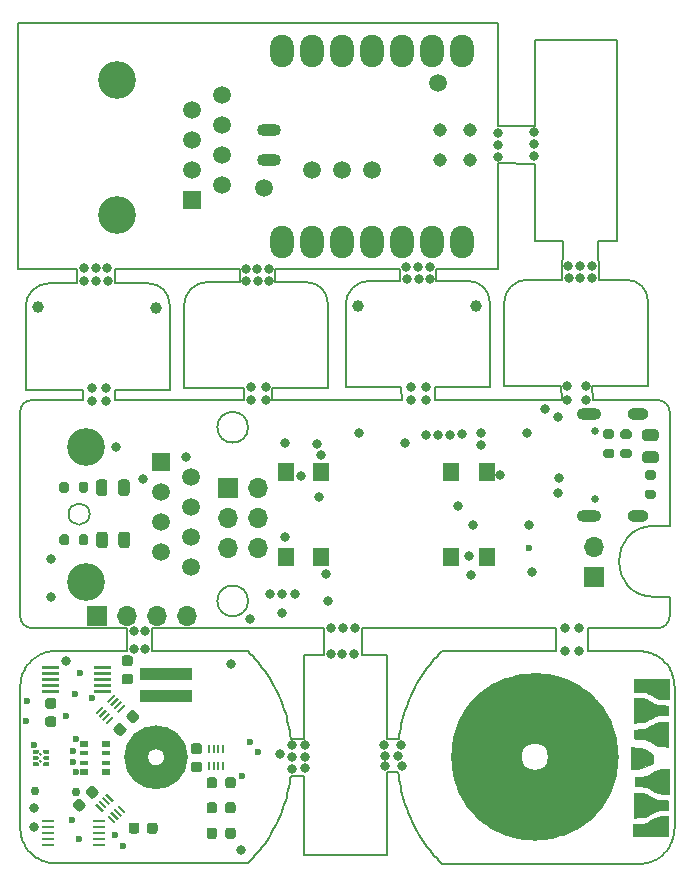
<source format=gbr>
%TF.GenerationSoftware,KiCad,Pcbnew,(5.1.10)-1*%
%TF.CreationDate,2021-10-06T18:17:39-05:00*%
%TF.ProjectId,BYTE_PANELkicad_pcb,42595445-5f50-4414-9e45-4c6b69636164,v2.2*%
%TF.SameCoordinates,Original*%
%TF.FileFunction,Soldermask,Bot*%
%TF.FilePolarity,Negative*%
%FSLAX46Y46*%
G04 Gerber Fmt 4.6, Leading zero omitted, Abs format (unit mm)*
G04 Created by KiCad (PCBNEW (5.1.10)-1) date 2021-10-06 18:17:39*
%MOMM*%
%LPD*%
G01*
G04 APERTURE LIST*
%TA.AperFunction,Profile*%
%ADD10C,0.200000*%
%TD*%
%ADD11C,2.000000*%
%ADD12C,0.100000*%
%ADD13C,0.010000*%
%ADD14C,6.000000*%
%ADD15C,1.000000*%
%ADD16O,1.700000X1.700000*%
%ADD17R,1.700000X1.700000*%
%ADD18R,1.400000X1.600000*%
%ADD19C,0.650000*%
%ADD20O,1.800000X1.000000*%
%ADD21O,2.100000X1.000000*%
%ADD22C,1.500000*%
%ADD23R,1.500000X1.500000*%
%ADD24C,3.200000*%
%ADD25R,0.304800X0.203200*%
%ADD26R,4.400000X1.000000*%
%ADD27R,0.800000X0.500000*%
%ADD28R,0.800000X0.400000*%
%ADD29R,1.100000X0.250000*%
%ADD30R,0.200000X0.800000*%
%ADD31C,1.143000*%
%ADD32O,2.032000X1.016000*%
%ADD33O,1.998980X2.748280*%
%ADD34C,0.800000*%
%ADD35C,0.600000*%
%ADD36C,0.750000*%
G04 APERTURE END LIST*
D10*
X168690379Y-96462228D02*
X169130379Y-96462228D01*
X148898100Y-64072180D02*
X148888100Y-65112180D01*
X151918100Y-64072180D02*
X151938100Y-65112180D01*
X145638100Y-94510004D02*
X145638100Y-96762180D01*
X142458100Y-96762180D02*
X142458100Y-94510004D01*
X145638100Y-96762180D02*
X147788100Y-96762180D01*
X162068100Y-94510004D02*
X145638100Y-94510004D01*
X147788100Y-96762180D02*
X147788100Y-103892180D01*
X140778100Y-103872180D02*
X140798100Y-96762180D01*
X157156100Y-55162180D02*
X160298100Y-55182180D01*
X160298100Y-51992180D02*
X157158100Y-51992180D01*
X160298100Y-61762180D02*
X160298100Y-55182180D01*
X157156100Y-43242180D02*
X157158100Y-51992180D01*
X162658100Y-61762180D02*
X162578100Y-65012180D01*
X165708100Y-65012180D02*
X165648100Y-61762180D01*
X167298100Y-61762180D02*
X165648100Y-61762180D01*
X168087294Y-65021970D02*
X165708100Y-65012180D01*
X154687294Y-65121970D02*
X151938100Y-65112180D01*
X157156100Y-64070180D02*
X151918100Y-64072180D01*
X162658100Y-61762180D02*
X160298100Y-61762180D01*
X160298100Y-51992180D02*
X160298100Y-44762180D01*
X160298100Y-44762180D02*
X167298100Y-44762180D01*
X167298100Y-44762180D02*
X167298100Y-61762180D01*
X147798100Y-106722180D02*
X147798100Y-113762180D01*
X140798100Y-96762180D02*
X142458100Y-96762180D01*
X140798100Y-113762180D02*
X140798100Y-107012180D01*
X147798100Y-113762180D02*
X140798100Y-113762180D01*
X138338100Y-65222180D02*
X138338100Y-64072180D01*
X135318100Y-64070180D02*
X135318100Y-65212180D01*
X135318100Y-65212180D02*
X132588100Y-65212180D01*
X148898100Y-64072180D02*
X138338100Y-64072180D01*
X124748100Y-64070180D02*
X124738100Y-65322180D01*
X121508100Y-65312180D02*
X121528100Y-64070180D01*
X135318100Y-64070180D02*
X124748100Y-64070180D01*
X127587294Y-65321970D02*
X124738100Y-65322180D01*
X162558100Y-74012180D02*
X162588100Y-75210004D01*
X165188100Y-75202180D02*
X165178100Y-74002180D01*
X165178100Y-74002180D02*
X169888100Y-74012180D01*
X165190000Y-75200004D02*
X170720000Y-75210004D01*
X151848100Y-74112180D02*
X151828100Y-75210004D01*
X149018100Y-75210004D02*
X149008100Y-74112180D01*
X151828100Y-75210004D02*
X162588100Y-75210004D01*
X151848100Y-74112180D02*
X156488100Y-74112180D01*
X138088100Y-74212180D02*
X138078100Y-75210004D01*
X135658100Y-74212180D02*
X135678100Y-75210004D01*
X138078100Y-75210004D02*
X149018100Y-75210004D01*
X130588100Y-74212180D02*
X135658100Y-74212180D01*
X122048100Y-75210004D02*
X122038100Y-74312180D01*
X124798100Y-75210004D02*
X124778100Y-74312180D01*
X124798100Y-75210004D02*
X135678100Y-75210004D01*
X124778100Y-74312180D02*
X129388100Y-74312180D01*
X169888100Y-74012180D02*
X169878310Y-66814500D01*
X157688100Y-74012180D02*
X157688100Y-67012180D01*
X157688100Y-74012180D02*
X162558100Y-74012180D01*
X157688100Y-67012180D02*
G75*
G02*
X159688100Y-65012180I2000000J0D01*
G01*
X168087294Y-65021969D02*
G75*
G02*
X169878309Y-66814499I806J-1790211D01*
G01*
X162578100Y-65012180D02*
X159688100Y-65012180D01*
X144288100Y-74112180D02*
X149008100Y-74112180D01*
X154687294Y-65121969D02*
G75*
G02*
X156478309Y-66914499I806J-1790211D01*
G01*
X156488100Y-74112180D02*
X156478310Y-66914500D01*
X148888100Y-65112180D02*
X146288100Y-65112180D01*
X144288100Y-67112180D02*
G75*
G02*
X146288100Y-65112180I2000000J0D01*
G01*
X144288100Y-74112180D02*
X144288100Y-67112180D01*
X138088100Y-74212180D02*
X142788100Y-74212180D01*
X140987294Y-65221969D02*
G75*
G02*
X142778309Y-67014499I806J-1790211D01*
G01*
X142788100Y-74212180D02*
X142778310Y-67014500D01*
X140985780Y-65221970D02*
X138338100Y-65222180D01*
X130588100Y-67212180D02*
G75*
G02*
X132588100Y-65212180I2000000J0D01*
G01*
X130588100Y-74212180D02*
X130588100Y-67212180D01*
X162068100Y-94510004D02*
X162068100Y-96462228D01*
X164768100Y-94510004D02*
X164768100Y-96462228D01*
X142458100Y-94510004D02*
X127868100Y-94510004D01*
X162068100Y-96462228D02*
X152439691Y-96462228D01*
X125768100Y-94510004D02*
X125768100Y-96442180D01*
X127868100Y-96442180D02*
X127868100Y-94510004D01*
X170720000Y-94510004D02*
X164768100Y-94510004D01*
X135996509Y-96442180D02*
X127868100Y-96442180D01*
X121508100Y-65312180D02*
X119188100Y-65312180D01*
X117188100Y-74312180D02*
X122038100Y-74312180D01*
X129388100Y-74312180D02*
X129378310Y-67114500D01*
X117188100Y-67312180D02*
G75*
G02*
X119188100Y-65312180I2000000J0D01*
G01*
X127587294Y-65321969D02*
G75*
G02*
X129378309Y-67114499I806J-1790211D01*
G01*
X117188100Y-74312180D02*
X117188100Y-67312180D01*
X149664215Y-100587209D02*
X149547799Y-100875525D01*
X149788569Y-100301830D02*
X149664215Y-100587209D01*
X151018880Y-98140002D02*
X150841610Y-98397203D01*
X148785800Y-103890832D02*
X147788100Y-103892180D01*
X147798100Y-106722180D02*
X148751404Y-106721733D01*
X149338778Y-101460413D02*
X149243528Y-101756746D01*
X150669631Y-98658399D02*
X150505589Y-98923432D01*
X148830779Y-103580469D02*
X148785800Y-103890832D01*
X151791463Y-97153663D02*
X151587734Y-97393613D01*
X148785800Y-107033576D02*
X148830779Y-107343939D01*
X149547799Y-100875525D02*
X149439320Y-101166646D01*
X150505589Y-98923432D02*
X150349485Y-99192195D01*
X149076841Y-102356449D02*
X149002758Y-102659582D01*
X149243528Y-101756746D02*
X149156216Y-102055460D01*
X151391942Y-97638088D02*
X151201443Y-97886928D01*
X168690379Y-96462228D02*
X164768100Y-96462228D01*
X169426712Y-96476886D02*
X169278545Y-96465906D01*
X151587734Y-97393613D02*
X151391942Y-97638088D01*
X152439691Y-96462228D02*
X152217441Y-96687838D01*
X149664215Y-110337199D02*
X149788569Y-110622578D01*
X149918215Y-110904914D02*
X150053152Y-111184049D01*
X149076841Y-108567959D02*
X149156216Y-108868948D01*
X149243528Y-109167662D02*
X149338778Y-109463995D01*
X149156216Y-108868948D02*
X149243528Y-109167662D01*
X149002758Y-108264826D02*
X149076841Y-108567959D01*
X150198673Y-111459851D02*
X150349485Y-111732213D01*
X149788569Y-110622578D02*
X149918215Y-110904914D01*
X170000857Y-114332508D02*
X170141086Y-114286523D01*
X148936612Y-102964707D02*
X148881050Y-103271716D01*
X169717753Y-114404025D02*
X169860628Y-114371719D01*
X170670252Y-114036598D02*
X170794606Y-113958149D01*
X149439320Y-109757762D02*
X149547799Y-110048883D01*
X149547799Y-110048883D02*
X149664215Y-110337199D01*
X170410961Y-114174552D02*
X170540606Y-114108776D01*
X169572233Y-114429319D02*
X169717753Y-114404025D01*
X149338778Y-109463995D02*
X149439320Y-109757762D01*
X170913668Y-113873536D02*
X171030085Y-113782810D01*
X169278545Y-114458502D02*
X169426712Y-114447522D01*
X148881050Y-107652692D02*
X148936612Y-107959701D01*
X150053152Y-111184049D02*
X150198673Y-111459851D01*
X172038146Y-112193460D02*
X172069896Y-112050188D01*
X148936612Y-107959701D02*
X149002758Y-108264826D01*
X149918215Y-100019494D02*
X149788569Y-100301830D01*
X170141086Y-96637885D02*
X170000857Y-96591900D01*
X152000483Y-96918369D02*
X151791463Y-97153663D01*
X148881050Y-103271716D02*
X148830779Y-103580469D01*
X150198673Y-99464557D02*
X150053152Y-99740359D01*
X169278545Y-96465906D02*
X169130379Y-96462228D01*
X152217441Y-96687838D02*
X152000483Y-96918369D01*
X172038146Y-98730948D02*
X171998459Y-98589713D01*
X150841610Y-98397203D02*
X150669631Y-98658399D01*
X171900563Y-98314150D02*
X171842355Y-98180351D01*
X151201443Y-97886928D02*
X151018880Y-98140002D01*
X150053152Y-99740359D02*
X149918215Y-100019494D01*
X148751404Y-106721733D02*
X148785800Y-107033576D01*
X149002758Y-102659582D02*
X148936612Y-102964707D01*
X149439320Y-101166646D02*
X149338778Y-101460413D01*
X150349485Y-99192195D02*
X150198673Y-99464557D01*
X170276023Y-96690563D02*
X170141086Y-96637885D01*
X148830779Y-107343939D02*
X148881050Y-107652692D01*
X149156216Y-102055460D02*
X149076841Y-102356449D01*
X172125459Y-99313454D02*
X172114875Y-99165711D01*
X170141086Y-114286523D02*
X170276023Y-114233845D01*
X152000483Y-114006039D02*
X152217441Y-114236570D01*
X151587734Y-113530795D02*
X151791463Y-113770745D01*
X151018880Y-112784406D02*
X151201443Y-113037480D01*
X171625397Y-113126591D02*
X171704772Y-113002476D01*
X171998459Y-112334695D02*
X172038146Y-112193460D01*
X171842355Y-112744057D02*
X171900563Y-112610258D01*
X150841610Y-112527205D02*
X151018880Y-112784406D01*
X150349485Y-111732213D02*
X150505589Y-112000976D01*
X169426712Y-114447522D02*
X169572233Y-114429319D01*
X170540606Y-114108776D02*
X170670252Y-114036598D01*
X150505589Y-112000976D02*
X150669631Y-112266009D01*
X172125459Y-111610954D02*
X172128104Y-111462206D01*
X161707278Y-105453754D02*
G75*
G03*
X161707278Y-105453754I-1500000J0D01*
G01*
X152217441Y-114236570D02*
X152439691Y-114462180D01*
X172096354Y-111905197D02*
X172114875Y-111758697D01*
X171030085Y-113782810D02*
X171143856Y-113686105D01*
X172069896Y-112050188D02*
X172096354Y-111905197D01*
X171540730Y-113247003D02*
X171625397Y-113126591D01*
X150669631Y-112266009D02*
X150841610Y-112527205D01*
X172114875Y-111758697D02*
X172125459Y-111610954D01*
X171776209Y-112874867D02*
X171842355Y-112744057D01*
X170276023Y-114233845D02*
X170410961Y-114174552D01*
X170670252Y-96887810D02*
X170540606Y-96815632D01*
X169572233Y-96495089D02*
X169426712Y-96476886D01*
X172128104Y-99462202D02*
X172125459Y-99313454D01*
X170410961Y-96749856D02*
X170276023Y-96690563D01*
X171450772Y-97560935D02*
X171352876Y-97448699D01*
X171704772Y-97921932D02*
X171625397Y-97797817D01*
X170913668Y-97050872D02*
X170794606Y-96966259D01*
X170000857Y-96591900D02*
X169860628Y-96552689D01*
X172114875Y-99165711D02*
X172096354Y-99019211D01*
X171625397Y-97797817D02*
X171540730Y-97677405D01*
X169717753Y-96520383D02*
X169572233Y-96495089D01*
X169130379Y-114462180D02*
X169278545Y-114458502D01*
X151391942Y-113286320D02*
X151587734Y-113530795D01*
X169860628Y-114371719D02*
X170000857Y-114332508D01*
X151791463Y-113770745D02*
X152000483Y-114006039D01*
X171900563Y-112610258D02*
X171953480Y-112473706D01*
X171450772Y-113363473D02*
X171540730Y-113247003D01*
X171143856Y-113686105D02*
X171249689Y-113583525D01*
X171953480Y-112473706D02*
X171998459Y-112334695D01*
X151201443Y-113037480D02*
X151391942Y-113286320D01*
X171352876Y-113475709D02*
X171450772Y-113363473D01*
X152439691Y-114462180D02*
X169130379Y-114462180D01*
X170794606Y-113958149D02*
X170913668Y-113873536D01*
X171704772Y-113002476D02*
X171776209Y-112874867D01*
X171249689Y-113583525D02*
X171352876Y-113475709D01*
X171842355Y-98180351D02*
X171776209Y-98049541D01*
X171143856Y-97238303D02*
X171030085Y-97141598D01*
X169860628Y-96552689D02*
X169717753Y-96520383D01*
X171776209Y-98049541D02*
X171704772Y-97921932D01*
X170794606Y-96966259D02*
X170670252Y-96887810D01*
X172069896Y-98874220D02*
X172038146Y-98730948D01*
X172128104Y-111462206D02*
X172128104Y-99462202D01*
X171352876Y-97448699D02*
X171249689Y-97340883D01*
X171249689Y-97340883D02*
X171143856Y-97238303D01*
X171030085Y-97141598D02*
X170913668Y-97050872D01*
X172096354Y-99019211D02*
X172069896Y-98874220D01*
X170540606Y-96815632D02*
X170410961Y-96749856D01*
X171998459Y-98589713D02*
X171953480Y-98450702D01*
X171540730Y-97677405D02*
X171450772Y-97560935D01*
X171953480Y-98450702D02*
X171900563Y-98314150D01*
X117720000Y-94510004D02*
G75*
G02*
X116720000Y-93510004I0J1000000D01*
G01*
X170720000Y-75210004D02*
G75*
G02*
X171720000Y-76210004I0J-1000000D01*
G01*
X170420000Y-91860004D02*
X171720000Y-91860004D01*
X125768100Y-94510004D02*
X117720000Y-94510004D01*
X116720000Y-76210004D02*
G75*
G02*
X117720000Y-75210004I1000000J0D01*
G01*
X122620000Y-84860004D02*
G75*
G03*
X122620000Y-84860004I-900000J0D01*
G01*
X136020001Y-77510004D02*
G75*
G03*
X136020001Y-77510004I-1300001J0D01*
G01*
X170420000Y-91860004D02*
G75*
G02*
X170420000Y-85860004I0J3000000D01*
G01*
X136020001Y-92210004D02*
G75*
G03*
X136020001Y-92210004I-1300001J0D01*
G01*
X171720000Y-91860004D02*
X171720000Y-93510004D01*
X171720000Y-93510004D02*
G75*
G02*
X170720000Y-94510004I-1000000J0D01*
G01*
X116720000Y-93510004D02*
X116720000Y-76210004D01*
X171720000Y-85860004D02*
X170420000Y-85860004D01*
X117720000Y-75210004D02*
X122048100Y-75210004D01*
X171720000Y-76210004D02*
X171720000Y-85860004D01*
D11*
X129911896Y-105450606D02*
G75*
G03*
X129911896Y-105450606I-1682974J0D01*
G01*
D10*
X116748096Y-99442154D02*
X116748096Y-111442158D01*
X116806304Y-112030140D02*
X116838054Y-112173412D01*
X118081594Y-113938101D02*
X118205948Y-114016550D01*
X119015572Y-114351671D02*
X119158447Y-114383977D01*
X117099991Y-112854819D02*
X117171428Y-112982428D01*
X117732344Y-113666057D02*
X117846115Y-113762762D01*
X117033845Y-112724009D02*
X117099991Y-112854819D01*
X117962532Y-113853488D02*
X118081594Y-113938101D01*
X116761325Y-111738649D02*
X116779846Y-111885149D01*
X117250803Y-113106543D02*
X117335470Y-113226955D01*
X119158447Y-114383977D02*
X119303967Y-114409271D01*
X118205948Y-114016550D02*
X118335594Y-114088728D01*
X117171428Y-112982428D02*
X117250803Y-113106543D01*
X118875343Y-114312460D02*
X119015572Y-114351671D01*
X117425428Y-113343425D02*
X117523324Y-113455661D01*
X118465239Y-114154504D02*
X118600177Y-114213797D01*
X116748096Y-111442158D02*
X116750741Y-111590906D01*
X119303967Y-114409271D02*
X119449488Y-114427474D01*
X116922720Y-112453658D02*
X116975637Y-112590210D01*
X117335470Y-113226955D02*
X117425428Y-113343425D01*
X116877741Y-112314647D02*
X116922720Y-112453658D01*
X118335594Y-114088728D02*
X118465239Y-114154504D01*
X116779846Y-111885149D02*
X116806304Y-112030140D01*
X117846115Y-113762762D02*
X117962532Y-113853488D01*
X117626511Y-113563477D02*
X117732344Y-113666057D01*
X117523324Y-113455661D02*
X117626511Y-113563477D01*
X116750741Y-111590906D02*
X116761325Y-111738649D01*
X116975637Y-112590210D02*
X117033845Y-112724009D01*
X118735114Y-114266475D02*
X118875343Y-114312460D01*
X116838054Y-112173412D02*
X116877741Y-112314647D01*
X118600177Y-114213797D02*
X118735114Y-114266475D01*
X119597655Y-114438454D02*
X119745821Y-114442132D01*
X139555150Y-107632644D02*
X139605421Y-107323891D01*
X136218759Y-114216522D02*
X136435717Y-113985991D01*
X136435717Y-113985991D02*
X136644737Y-113750697D01*
X137234757Y-113017432D02*
X137417320Y-112764358D01*
X137594590Y-112507157D02*
X137766569Y-112245961D01*
X138086715Y-111712165D02*
X138237527Y-111439803D01*
X138237527Y-111439803D02*
X138383048Y-111164001D01*
X138517985Y-110884866D02*
X138647631Y-110602530D01*
X139279984Y-108848900D02*
X139359359Y-108547911D01*
X138996880Y-109737714D02*
X139097422Y-109443947D01*
X139433442Y-108244778D02*
X139499588Y-107939653D01*
X139605421Y-103560421D02*
X139555150Y-103251668D01*
X140778100Y-103872180D02*
X139650400Y-103870784D01*
X138383048Y-111164001D02*
X138517985Y-110884866D01*
X139097422Y-109443947D02*
X139192672Y-109147614D01*
X139650400Y-107013528D02*
X140798100Y-107012180D01*
X139359359Y-108547911D02*
X139433442Y-108244778D01*
X135996509Y-114442132D02*
X136218759Y-114216522D01*
X136644737Y-113750697D02*
X136848466Y-113510747D01*
X136848466Y-113510747D02*
X137044258Y-113266272D01*
X137417320Y-112764358D02*
X137594590Y-112507157D01*
X138647631Y-110602530D02*
X138771985Y-110317151D01*
X138771985Y-110317151D02*
X138888401Y-110028835D01*
X119449488Y-114427474D02*
X119597655Y-114438454D01*
X119745821Y-114442132D02*
X135996509Y-114442132D01*
X137044258Y-113266272D02*
X137234757Y-113017432D01*
X137930611Y-111980928D02*
X138086715Y-111712165D01*
X139192672Y-109147614D02*
X139279984Y-108848900D01*
X139650400Y-103870784D02*
X139605421Y-103560421D01*
X138888401Y-110028835D02*
X138996880Y-109737714D01*
X139605421Y-107323891D02*
X139650400Y-107013528D01*
X137766569Y-112245961D02*
X137930611Y-111980928D01*
X139499588Y-107939653D02*
X139555150Y-107632644D01*
X139279984Y-102035412D02*
X139192672Y-101736698D01*
X138647631Y-100281782D02*
X138517985Y-99999446D01*
X138237527Y-99444509D02*
X138086715Y-99172147D01*
X139555150Y-103251668D02*
X139499588Y-102944659D01*
X139499588Y-102944659D02*
X139433442Y-102639534D01*
X139433442Y-102639534D02*
X139359359Y-102336401D01*
X138996880Y-101146598D02*
X138888401Y-100855477D01*
X138771985Y-100567161D02*
X138647631Y-100281782D01*
X139192672Y-101736698D02*
X139097422Y-101440365D01*
X139359359Y-102336401D02*
X139279984Y-102035412D01*
X139097422Y-101440365D02*
X138996880Y-101146598D01*
X138888401Y-100855477D02*
X138771985Y-100567161D01*
X138383048Y-99720311D02*
X138237527Y-99444509D01*
X138517985Y-99999446D02*
X138383048Y-99720311D01*
X116838054Y-98710900D02*
X116806304Y-98854172D01*
X119597655Y-96445858D02*
X119449488Y-96456838D01*
X117962532Y-97030824D02*
X117846115Y-97121550D01*
X119303967Y-96475041D02*
X119158447Y-96500335D01*
X118465239Y-96729808D02*
X118335594Y-96795584D01*
X118205948Y-96867762D02*
X118081594Y-96946211D01*
X119158447Y-96500335D02*
X119015572Y-96532641D01*
X118875343Y-96571852D02*
X118735114Y-96617837D01*
X116806304Y-98854172D02*
X116779846Y-98999163D01*
X138086715Y-99172147D02*
X137930611Y-98903384D01*
X136218759Y-96667790D02*
X135996509Y-96442180D01*
X137930611Y-98903384D02*
X137766569Y-98638351D01*
X137766569Y-98638351D02*
X137594590Y-98377155D01*
X118600177Y-96670515D02*
X118465239Y-96729808D01*
X137594590Y-98377155D02*
X137417320Y-98119954D01*
X137417320Y-98119954D02*
X137234757Y-97866880D01*
X116750741Y-99293406D02*
X116748096Y-99442154D01*
X136848466Y-97373565D02*
X136644737Y-97133615D01*
X117335470Y-97657357D02*
X117250803Y-97777769D01*
X117250803Y-97777769D02*
X117171428Y-97901884D01*
X117099991Y-98029493D02*
X117033845Y-98160303D01*
X116761325Y-99145663D02*
X116750741Y-99293406D01*
X136435717Y-96898321D02*
X136218759Y-96667790D01*
X118735114Y-96617837D02*
X118600177Y-96670515D01*
X118335594Y-96795584D02*
X118205948Y-96867762D01*
X117846115Y-97121550D02*
X117732344Y-97218255D01*
X116779846Y-98999163D02*
X116761325Y-99145663D01*
X129728922Y-105450606D02*
G75*
G03*
X129728922Y-105450606I-1500000J0D01*
G01*
X119449488Y-96456838D02*
X119303967Y-96475041D01*
X117033845Y-98160303D02*
X116975637Y-98294102D01*
X116877741Y-98569665D02*
X116838054Y-98710900D01*
X117732344Y-97218255D02*
X117626511Y-97320835D01*
X117523324Y-97428651D02*
X117425428Y-97540887D01*
X117425428Y-97540887D02*
X117335470Y-97657357D01*
X116975637Y-98294102D02*
X116922720Y-98430654D01*
X116922720Y-98430654D02*
X116877741Y-98569665D01*
X137234757Y-97866880D02*
X137044258Y-97618040D01*
X117171428Y-97901884D02*
X117099991Y-98029493D01*
X137044258Y-97618040D02*
X136848466Y-97373565D01*
X136644737Y-97133615D02*
X136435717Y-96898321D01*
X117626511Y-97320835D02*
X117523324Y-97428651D01*
X118081594Y-96946211D02*
X117962532Y-97030824D01*
X125768100Y-96442180D02*
X119745821Y-96442180D01*
X119015572Y-96532641D02*
X118875343Y-96571852D01*
X119745821Y-96442180D02*
X119597655Y-96445858D01*
X116516100Y-43242180D02*
X157156100Y-43242180D01*
X116516100Y-64070180D02*
X116516100Y-43242180D01*
X121528100Y-64070180D02*
X116516100Y-64070180D01*
X157156100Y-55162180D02*
X157156100Y-64070180D01*
D12*
%TO.C,J1*%
G36*
X169378100Y-111072180D02*
G01*
X169558100Y-111062180D01*
X169658100Y-111032180D01*
X169798100Y-110992180D01*
X169888100Y-110932180D01*
X170158100Y-110772180D01*
X170508100Y-110572180D01*
X170808100Y-110492180D01*
X171018100Y-110462180D01*
X171588100Y-110432180D01*
X171588100Y-112122180D01*
X168628100Y-112122180D01*
X168628100Y-111092180D01*
X169378100Y-111072180D01*
G37*
X169378100Y-111072180D02*
X169558100Y-111062180D01*
X169658100Y-111032180D01*
X169798100Y-110992180D01*
X169888100Y-110932180D01*
X170158100Y-110772180D01*
X170508100Y-110572180D01*
X170808100Y-110492180D01*
X171018100Y-110462180D01*
X171588100Y-110432180D01*
X171588100Y-112122180D01*
X168628100Y-112122180D01*
X168628100Y-111092180D01*
X169378100Y-111072180D01*
G36*
X169418100Y-99912180D02*
G01*
X169598100Y-99922180D01*
X169698100Y-99952180D01*
X169838100Y-99992180D01*
X169928100Y-100052180D01*
X170198100Y-100212180D01*
X170548100Y-100412180D01*
X170848100Y-100492180D01*
X171058100Y-100522180D01*
X171628100Y-100552180D01*
X171628100Y-98862180D01*
X168668100Y-98862180D01*
X168668100Y-99892180D01*
X169418100Y-99912180D01*
G37*
X169418100Y-99912180D02*
X169598100Y-99922180D01*
X169698100Y-99952180D01*
X169838100Y-99992180D01*
X169928100Y-100052180D01*
X170198100Y-100212180D01*
X170548100Y-100412180D01*
X170848100Y-100492180D01*
X171058100Y-100522180D01*
X171628100Y-100552180D01*
X171628100Y-98862180D01*
X168668100Y-98862180D01*
X168668100Y-99892180D01*
X169418100Y-99912180D01*
D13*
G36*
X171415217Y-101067337D02*
G01*
X171309745Y-101060208D01*
X171196112Y-101055256D01*
X171109832Y-101053648D01*
X170947271Y-101046468D01*
X170780365Y-101026568D01*
X170625828Y-100996405D01*
X170526025Y-100967816D01*
X170465455Y-100941879D01*
X170379057Y-100898119D01*
X170276518Y-100841759D01*
X170167520Y-100778022D01*
X170118500Y-100748050D01*
X169976560Y-100661381D01*
X169861890Y-100595176D01*
X169766973Y-100545775D01*
X169684290Y-100509519D01*
X169606324Y-100482751D01*
X169534577Y-100463888D01*
X169462752Y-100451037D01*
X169359817Y-100437659D01*
X169236968Y-100424760D01*
X169105400Y-100413345D01*
X168976311Y-100404421D01*
X168860895Y-100398992D01*
X168799036Y-100397816D01*
X168677327Y-100397481D01*
X168677327Y-102518654D01*
X169031869Y-102504441D01*
X169160236Y-102498368D01*
X169283071Y-102490886D01*
X169390103Y-102482739D01*
X169471058Y-102474674D01*
X169502045Y-102470323D01*
X169647399Y-102429849D01*
X169726795Y-102394399D01*
X169726795Y-101811110D01*
X169616226Y-101806328D01*
X169510816Y-101759898D01*
X169452625Y-101713760D01*
X169376235Y-101617257D01*
X169339413Y-101510379D01*
X169343102Y-101398059D01*
X169375237Y-101308805D01*
X169446236Y-101209205D01*
X169537695Y-101146290D01*
X169647315Y-101121051D01*
X169772794Y-101134479D01*
X169777173Y-101135592D01*
X169884771Y-101181924D01*
X169964434Y-101253217D01*
X170015420Y-101341988D01*
X170036990Y-101440753D01*
X170028402Y-101542030D01*
X169988918Y-101638337D01*
X169917795Y-101722190D01*
X169840337Y-101773905D01*
X169726795Y-101811110D01*
X169726795Y-102394399D01*
X169816402Y-102354389D01*
X170009104Y-102243920D01*
X170066106Y-102207500D01*
X170230093Y-102105425D01*
X170373211Y-102027653D01*
X170505317Y-101969366D01*
X170636265Y-101925742D01*
X170650078Y-101921891D01*
X170749359Y-101900204D01*
X170879268Y-101879884D01*
X171028100Y-101862180D01*
X171184149Y-101848340D01*
X171335710Y-101839611D01*
X171444869Y-101837150D01*
X171577161Y-101836814D01*
X171577161Y-101081026D01*
X171415217Y-101067337D01*
G37*
X171415217Y-101067337D02*
X171309745Y-101060208D01*
X171196112Y-101055256D01*
X171109832Y-101053648D01*
X170947271Y-101046468D01*
X170780365Y-101026568D01*
X170625828Y-100996405D01*
X170526025Y-100967816D01*
X170465455Y-100941879D01*
X170379057Y-100898119D01*
X170276518Y-100841759D01*
X170167520Y-100778022D01*
X170118500Y-100748050D01*
X169976560Y-100661381D01*
X169861890Y-100595176D01*
X169766973Y-100545775D01*
X169684290Y-100509519D01*
X169606324Y-100482751D01*
X169534577Y-100463888D01*
X169462752Y-100451037D01*
X169359817Y-100437659D01*
X169236968Y-100424760D01*
X169105400Y-100413345D01*
X168976311Y-100404421D01*
X168860895Y-100398992D01*
X168799036Y-100397816D01*
X168677327Y-100397481D01*
X168677327Y-102518654D01*
X169031869Y-102504441D01*
X169160236Y-102498368D01*
X169283071Y-102490886D01*
X169390103Y-102482739D01*
X169471058Y-102474674D01*
X169502045Y-102470323D01*
X169647399Y-102429849D01*
X169726795Y-102394399D01*
X169726795Y-101811110D01*
X169616226Y-101806328D01*
X169510816Y-101759898D01*
X169452625Y-101713760D01*
X169376235Y-101617257D01*
X169339413Y-101510379D01*
X169343102Y-101398059D01*
X169375237Y-101308805D01*
X169446236Y-101209205D01*
X169537695Y-101146290D01*
X169647315Y-101121051D01*
X169772794Y-101134479D01*
X169777173Y-101135592D01*
X169884771Y-101181924D01*
X169964434Y-101253217D01*
X170015420Y-101341988D01*
X170036990Y-101440753D01*
X170028402Y-101542030D01*
X169988918Y-101638337D01*
X169917795Y-101722190D01*
X169840337Y-101773905D01*
X169726795Y-101811110D01*
X169726795Y-102394399D01*
X169816402Y-102354389D01*
X170009104Y-102243920D01*
X170066106Y-102207500D01*
X170230093Y-102105425D01*
X170373211Y-102027653D01*
X170505317Y-101969366D01*
X170636265Y-101925742D01*
X170650078Y-101921891D01*
X170749359Y-101900204D01*
X170879268Y-101879884D01*
X171028100Y-101862180D01*
X171184149Y-101848340D01*
X171335710Y-101839611D01*
X171444869Y-101837150D01*
X171577161Y-101836814D01*
X171577161Y-101081026D01*
X171415217Y-101067337D01*
G36*
X168907317Y-107898060D02*
G01*
X169012789Y-107905189D01*
X169126422Y-107910141D01*
X169212702Y-107911749D01*
X169375263Y-107918929D01*
X169542169Y-107938829D01*
X169696706Y-107968992D01*
X169796509Y-107997581D01*
X169857079Y-108023518D01*
X169943477Y-108067278D01*
X170046016Y-108123638D01*
X170155014Y-108187375D01*
X170204034Y-108217347D01*
X170345974Y-108304016D01*
X170460644Y-108370221D01*
X170555561Y-108419622D01*
X170638244Y-108455878D01*
X170716210Y-108482646D01*
X170787957Y-108501509D01*
X170859782Y-108514360D01*
X170962717Y-108527738D01*
X171085566Y-108540637D01*
X171217134Y-108552052D01*
X171346223Y-108560976D01*
X171461639Y-108566405D01*
X171523498Y-108567581D01*
X171645207Y-108567916D01*
X171645207Y-106446743D01*
X171290665Y-106460956D01*
X171162298Y-106467029D01*
X171039463Y-106474511D01*
X170932431Y-106482658D01*
X170851476Y-106490723D01*
X170820489Y-106495074D01*
X170675135Y-106535548D01*
X170595739Y-106570998D01*
X170595739Y-107154287D01*
X170706308Y-107159069D01*
X170811718Y-107205499D01*
X170869909Y-107251637D01*
X170946299Y-107348140D01*
X170983121Y-107455018D01*
X170979432Y-107567338D01*
X170947297Y-107656592D01*
X170876298Y-107756192D01*
X170784839Y-107819107D01*
X170675219Y-107844346D01*
X170549740Y-107830918D01*
X170545361Y-107829805D01*
X170437763Y-107783473D01*
X170358100Y-107712180D01*
X170307114Y-107623409D01*
X170285544Y-107524644D01*
X170294132Y-107423367D01*
X170333616Y-107327060D01*
X170404739Y-107243207D01*
X170482197Y-107191492D01*
X170595739Y-107154287D01*
X170595739Y-106570998D01*
X170506132Y-106611008D01*
X170313430Y-106721477D01*
X170256428Y-106757897D01*
X170092441Y-106859972D01*
X169949323Y-106937744D01*
X169817217Y-106996031D01*
X169686269Y-107039655D01*
X169672456Y-107043506D01*
X169573175Y-107065193D01*
X169443266Y-107085513D01*
X169294434Y-107103217D01*
X169138385Y-107117057D01*
X168986824Y-107125786D01*
X168877665Y-107128247D01*
X168745373Y-107128583D01*
X168745373Y-107884371D01*
X168907317Y-107898060D01*
G37*
X168907317Y-107898060D02*
X169012789Y-107905189D01*
X169126422Y-107910141D01*
X169212702Y-107911749D01*
X169375263Y-107918929D01*
X169542169Y-107938829D01*
X169696706Y-107968992D01*
X169796509Y-107997581D01*
X169857079Y-108023518D01*
X169943477Y-108067278D01*
X170046016Y-108123638D01*
X170155014Y-108187375D01*
X170204034Y-108217347D01*
X170345974Y-108304016D01*
X170460644Y-108370221D01*
X170555561Y-108419622D01*
X170638244Y-108455878D01*
X170716210Y-108482646D01*
X170787957Y-108501509D01*
X170859782Y-108514360D01*
X170962717Y-108527738D01*
X171085566Y-108540637D01*
X171217134Y-108552052D01*
X171346223Y-108560976D01*
X171461639Y-108566405D01*
X171523498Y-108567581D01*
X171645207Y-108567916D01*
X171645207Y-106446743D01*
X171290665Y-106460956D01*
X171162298Y-106467029D01*
X171039463Y-106474511D01*
X170932431Y-106482658D01*
X170851476Y-106490723D01*
X170820489Y-106495074D01*
X170675135Y-106535548D01*
X170595739Y-106570998D01*
X170595739Y-107154287D01*
X170706308Y-107159069D01*
X170811718Y-107205499D01*
X170869909Y-107251637D01*
X170946299Y-107348140D01*
X170983121Y-107455018D01*
X170979432Y-107567338D01*
X170947297Y-107656592D01*
X170876298Y-107756192D01*
X170784839Y-107819107D01*
X170675219Y-107844346D01*
X170549740Y-107830918D01*
X170545361Y-107829805D01*
X170437763Y-107783473D01*
X170358100Y-107712180D01*
X170307114Y-107623409D01*
X170285544Y-107524644D01*
X170294132Y-107423367D01*
X170333616Y-107327060D01*
X170404739Y-107243207D01*
X170482197Y-107191492D01*
X170595739Y-107154287D01*
X170595739Y-106570998D01*
X170506132Y-106611008D01*
X170313430Y-106721477D01*
X170256428Y-106757897D01*
X170092441Y-106859972D01*
X169949323Y-106937744D01*
X169817217Y-106996031D01*
X169686269Y-107039655D01*
X169672456Y-107043506D01*
X169573175Y-107065193D01*
X169443266Y-107085513D01*
X169294434Y-107103217D01*
X169138385Y-107117057D01*
X168986824Y-107125786D01*
X168877665Y-107128247D01*
X168745373Y-107128583D01*
X168745373Y-107884371D01*
X168907317Y-107898060D01*
G36*
X171447897Y-109107529D02*
G01*
X171342425Y-109100400D01*
X171228792Y-109095448D01*
X171142512Y-109093840D01*
X170979951Y-109086660D01*
X170813045Y-109066760D01*
X170658508Y-109036597D01*
X170558705Y-109008008D01*
X170498135Y-108982071D01*
X170411737Y-108938311D01*
X170309198Y-108881951D01*
X170200200Y-108818214D01*
X170151180Y-108788242D01*
X170009240Y-108701573D01*
X169894570Y-108635368D01*
X169799653Y-108585967D01*
X169716970Y-108549711D01*
X169639004Y-108522943D01*
X169567257Y-108504080D01*
X169495432Y-108491229D01*
X169392497Y-108477851D01*
X169269648Y-108464952D01*
X169138080Y-108453537D01*
X169008991Y-108444613D01*
X168893575Y-108439184D01*
X168831716Y-108438008D01*
X168710007Y-108437673D01*
X168710007Y-110558846D01*
X169064549Y-110544633D01*
X169192916Y-110538560D01*
X169315751Y-110531078D01*
X169422783Y-110522931D01*
X169503738Y-110514866D01*
X169534725Y-110510515D01*
X169680079Y-110470041D01*
X169759475Y-110434591D01*
X169759475Y-109851302D01*
X169648906Y-109846520D01*
X169543496Y-109800090D01*
X169485305Y-109753952D01*
X169408915Y-109657449D01*
X169372093Y-109550571D01*
X169375782Y-109438251D01*
X169407917Y-109348997D01*
X169478916Y-109249397D01*
X169570375Y-109186482D01*
X169679995Y-109161243D01*
X169805474Y-109174671D01*
X169809853Y-109175784D01*
X169917451Y-109222116D01*
X169997114Y-109293409D01*
X170048100Y-109382180D01*
X170069670Y-109480945D01*
X170061082Y-109582222D01*
X170021598Y-109678529D01*
X169950475Y-109762382D01*
X169873017Y-109814097D01*
X169759475Y-109851302D01*
X169759475Y-110434591D01*
X169849082Y-110394581D01*
X170041784Y-110284112D01*
X170098786Y-110247692D01*
X170262773Y-110145617D01*
X170405891Y-110067845D01*
X170537997Y-110009558D01*
X170668945Y-109965934D01*
X170682758Y-109962083D01*
X170782039Y-109940396D01*
X170911948Y-109920076D01*
X171060780Y-109902372D01*
X171216829Y-109888532D01*
X171368390Y-109879803D01*
X171477549Y-109877342D01*
X171609841Y-109877006D01*
X171609841Y-109121218D01*
X171447897Y-109107529D01*
G37*
X171447897Y-109107529D02*
X171342425Y-109100400D01*
X171228792Y-109095448D01*
X171142512Y-109093840D01*
X170979951Y-109086660D01*
X170813045Y-109066760D01*
X170658508Y-109036597D01*
X170558705Y-109008008D01*
X170498135Y-108982071D01*
X170411737Y-108938311D01*
X170309198Y-108881951D01*
X170200200Y-108818214D01*
X170151180Y-108788242D01*
X170009240Y-108701573D01*
X169894570Y-108635368D01*
X169799653Y-108585967D01*
X169716970Y-108549711D01*
X169639004Y-108522943D01*
X169567257Y-108504080D01*
X169495432Y-108491229D01*
X169392497Y-108477851D01*
X169269648Y-108464952D01*
X169138080Y-108453537D01*
X169008991Y-108444613D01*
X168893575Y-108439184D01*
X168831716Y-108438008D01*
X168710007Y-108437673D01*
X168710007Y-110558846D01*
X169064549Y-110544633D01*
X169192916Y-110538560D01*
X169315751Y-110531078D01*
X169422783Y-110522931D01*
X169503738Y-110514866D01*
X169534725Y-110510515D01*
X169680079Y-110470041D01*
X169759475Y-110434591D01*
X169759475Y-109851302D01*
X169648906Y-109846520D01*
X169543496Y-109800090D01*
X169485305Y-109753952D01*
X169408915Y-109657449D01*
X169372093Y-109550571D01*
X169375782Y-109438251D01*
X169407917Y-109348997D01*
X169478916Y-109249397D01*
X169570375Y-109186482D01*
X169679995Y-109161243D01*
X169805474Y-109174671D01*
X169809853Y-109175784D01*
X169917451Y-109222116D01*
X169997114Y-109293409D01*
X170048100Y-109382180D01*
X170069670Y-109480945D01*
X170061082Y-109582222D01*
X170021598Y-109678529D01*
X169950475Y-109762382D01*
X169873017Y-109814097D01*
X169759475Y-109851302D01*
X169759475Y-110434591D01*
X169849082Y-110394581D01*
X170041784Y-110284112D01*
X170098786Y-110247692D01*
X170262773Y-110145617D01*
X170405891Y-110067845D01*
X170537997Y-110009558D01*
X170668945Y-109965934D01*
X170682758Y-109962083D01*
X170782039Y-109940396D01*
X170911948Y-109920076D01*
X171060780Y-109902372D01*
X171216829Y-109888532D01*
X171368390Y-109879803D01*
X171477549Y-109877342D01*
X171609841Y-109877006D01*
X171609841Y-109121218D01*
X171447897Y-109107529D01*
G36*
X168878303Y-103872491D02*
G01*
X168983775Y-103879620D01*
X169097408Y-103884572D01*
X169183688Y-103886180D01*
X169346249Y-103893360D01*
X169513155Y-103913260D01*
X169667692Y-103943423D01*
X169767495Y-103972012D01*
X169828065Y-103997949D01*
X169914463Y-104041709D01*
X170017002Y-104098069D01*
X170126000Y-104161806D01*
X170175020Y-104191778D01*
X170316960Y-104278447D01*
X170431630Y-104344652D01*
X170526547Y-104394053D01*
X170609230Y-104430309D01*
X170687196Y-104457077D01*
X170758943Y-104475940D01*
X170830768Y-104488791D01*
X170933703Y-104502169D01*
X171056552Y-104515068D01*
X171188120Y-104526483D01*
X171317209Y-104535407D01*
X171432625Y-104540836D01*
X171494484Y-104542012D01*
X171616193Y-104542347D01*
X171616193Y-102421174D01*
X171261651Y-102435387D01*
X171133284Y-102441460D01*
X171010449Y-102448942D01*
X170903417Y-102457089D01*
X170822462Y-102465154D01*
X170791475Y-102469505D01*
X170646121Y-102509979D01*
X170566725Y-102545429D01*
X170566725Y-103128718D01*
X170677294Y-103133500D01*
X170782704Y-103179930D01*
X170840895Y-103226068D01*
X170917285Y-103322571D01*
X170954107Y-103429449D01*
X170950418Y-103541769D01*
X170918283Y-103631023D01*
X170847284Y-103730623D01*
X170755825Y-103793538D01*
X170646205Y-103818777D01*
X170520726Y-103805349D01*
X170516347Y-103804236D01*
X170408749Y-103757904D01*
X170329086Y-103686611D01*
X170278100Y-103597840D01*
X170256530Y-103499075D01*
X170265118Y-103397798D01*
X170304602Y-103301491D01*
X170375725Y-103217638D01*
X170453183Y-103165923D01*
X170566725Y-103128718D01*
X170566725Y-102545429D01*
X170477118Y-102585439D01*
X170284416Y-102695908D01*
X170227414Y-102732328D01*
X170063427Y-102834403D01*
X169920309Y-102912175D01*
X169788203Y-102970462D01*
X169657255Y-103014086D01*
X169643442Y-103017937D01*
X169544161Y-103039624D01*
X169414252Y-103059944D01*
X169265420Y-103077648D01*
X169109371Y-103091488D01*
X168957810Y-103100217D01*
X168848651Y-103102678D01*
X168716359Y-103103014D01*
X168716359Y-103858802D01*
X168878303Y-103872491D01*
G37*
X168878303Y-103872491D02*
X168983775Y-103879620D01*
X169097408Y-103884572D01*
X169183688Y-103886180D01*
X169346249Y-103893360D01*
X169513155Y-103913260D01*
X169667692Y-103943423D01*
X169767495Y-103972012D01*
X169828065Y-103997949D01*
X169914463Y-104041709D01*
X170017002Y-104098069D01*
X170126000Y-104161806D01*
X170175020Y-104191778D01*
X170316960Y-104278447D01*
X170431630Y-104344652D01*
X170526547Y-104394053D01*
X170609230Y-104430309D01*
X170687196Y-104457077D01*
X170758943Y-104475940D01*
X170830768Y-104488791D01*
X170933703Y-104502169D01*
X171056552Y-104515068D01*
X171188120Y-104526483D01*
X171317209Y-104535407D01*
X171432625Y-104540836D01*
X171494484Y-104542012D01*
X171616193Y-104542347D01*
X171616193Y-102421174D01*
X171261651Y-102435387D01*
X171133284Y-102441460D01*
X171010449Y-102448942D01*
X170903417Y-102457089D01*
X170822462Y-102465154D01*
X170791475Y-102469505D01*
X170646121Y-102509979D01*
X170566725Y-102545429D01*
X170566725Y-103128718D01*
X170677294Y-103133500D01*
X170782704Y-103179930D01*
X170840895Y-103226068D01*
X170917285Y-103322571D01*
X170954107Y-103429449D01*
X170950418Y-103541769D01*
X170918283Y-103631023D01*
X170847284Y-103730623D01*
X170755825Y-103793538D01*
X170646205Y-103818777D01*
X170520726Y-103805349D01*
X170516347Y-103804236D01*
X170408749Y-103757904D01*
X170329086Y-103686611D01*
X170278100Y-103597840D01*
X170256530Y-103499075D01*
X170265118Y-103397798D01*
X170304602Y-103301491D01*
X170375725Y-103217638D01*
X170453183Y-103165923D01*
X170566725Y-103128718D01*
X170566725Y-102545429D01*
X170477118Y-102585439D01*
X170284416Y-102695908D01*
X170227414Y-102732328D01*
X170063427Y-102834403D01*
X169920309Y-102912175D01*
X169788203Y-102970462D01*
X169657255Y-103014086D01*
X169643442Y-103017937D01*
X169544161Y-103039624D01*
X169414252Y-103059944D01*
X169265420Y-103077648D01*
X169109371Y-103091488D01*
X168957810Y-103100217D01*
X168848651Y-103102678D01*
X168716359Y-103103014D01*
X168716359Y-103858802D01*
X168878303Y-103872491D01*
D14*
X164398112Y-105412180D02*
G75*
G03*
X164398112Y-105412180I-4090012J0D01*
G01*
D12*
G36*
X170238100Y-105342180D02*
G01*
X170338100Y-105342180D01*
X170338100Y-105242180D01*
X170238100Y-105162180D01*
X170148100Y-105102180D01*
X169878100Y-104942180D01*
X169528100Y-104742180D01*
X169228100Y-104662180D01*
X169018100Y-104632180D01*
X168448100Y-104602180D01*
X168448100Y-105942180D01*
X170338100Y-105942180D01*
X170338100Y-105262180D01*
X170238100Y-105342180D01*
G37*
X170238100Y-105342180D02*
X170338100Y-105342180D01*
X170338100Y-105242180D01*
X170238100Y-105162180D01*
X170148100Y-105102180D01*
X169878100Y-104942180D01*
X169528100Y-104742180D01*
X169228100Y-104662180D01*
X169018100Y-104632180D01*
X168448100Y-104602180D01*
X168448100Y-105942180D01*
X170338100Y-105942180D01*
X170338100Y-105262180D01*
X170238100Y-105342180D01*
G36*
X170238100Y-105882180D02*
G01*
X170238100Y-105842180D01*
X170238100Y-105882180D01*
X170338100Y-105942180D01*
X169938100Y-106102180D01*
X169528100Y-106302180D01*
X169228100Y-106382180D01*
X169018100Y-106412180D01*
X168448100Y-106442180D01*
X168448100Y-105147180D01*
X170148100Y-105137180D01*
X170138100Y-105782180D01*
X170238100Y-105882180D01*
G37*
X170238100Y-105882180D02*
X170238100Y-105842180D01*
X170238100Y-105882180D01*
X170338100Y-105942180D01*
X169938100Y-106102180D01*
X169528100Y-106302180D01*
X169228100Y-106382180D01*
X169018100Y-106412180D01*
X168448100Y-106442180D01*
X168448100Y-105147180D01*
X170148100Y-105137180D01*
X170138100Y-105782180D01*
X170238100Y-105882180D01*
%TO.C,U3*%
G36*
X119047540Y-105369820D02*
G01*
X119047540Y-105573020D01*
X118730040Y-105573020D01*
X118628440Y-105471420D01*
X118730040Y-105369820D01*
X119047540Y-105369820D01*
G37*
X119047540Y-105369820D02*
X119047540Y-105573020D01*
X118730040Y-105573020D01*
X118628440Y-105471420D01*
X118730040Y-105369820D01*
X119047540Y-105369820D01*
G36*
X119047540Y-104869440D02*
G01*
X119047540Y-105072640D01*
X118730040Y-105072640D01*
X118628440Y-104971040D01*
X118628440Y-104869440D01*
X119047540Y-104869440D01*
G37*
X119047540Y-104869440D02*
X119047540Y-105072640D01*
X118730040Y-105072640D01*
X118628440Y-104971040D01*
X118628440Y-104869440D01*
X119047540Y-104869440D01*
G36*
X117848660Y-104869440D02*
G01*
X117848660Y-105072640D01*
X118166160Y-105072640D01*
X118267760Y-104971040D01*
X118267760Y-104869440D01*
X117848660Y-104869440D01*
G37*
X117848660Y-104869440D02*
X117848660Y-105072640D01*
X118166160Y-105072640D01*
X118267760Y-104971040D01*
X118267760Y-104869440D01*
X117848660Y-104869440D01*
G36*
X117848660Y-105369820D02*
G01*
X117848660Y-105573020D01*
X118166160Y-105573020D01*
X118267760Y-105471420D01*
X118166160Y-105369820D01*
X117848660Y-105369820D01*
G37*
X117848660Y-105369820D02*
X117848660Y-105573020D01*
X118166160Y-105573020D01*
X118267760Y-105471420D01*
X118166160Y-105369820D01*
X117848660Y-105369820D01*
G36*
X117848660Y-106073400D02*
G01*
X117848660Y-105870200D01*
X118166160Y-105870200D01*
X118267760Y-105971800D01*
X118267760Y-106073400D01*
X117848660Y-106073400D01*
G37*
X117848660Y-106073400D02*
X117848660Y-105870200D01*
X118166160Y-105870200D01*
X118267760Y-105971800D01*
X118267760Y-106073400D01*
X117848660Y-106073400D01*
G36*
X119047540Y-106073400D02*
G01*
X119047540Y-105870200D01*
X118730040Y-105870200D01*
X118628440Y-105971800D01*
X118628440Y-106073400D01*
X119047540Y-106073400D01*
G37*
X119047540Y-106073400D02*
X119047540Y-105870200D01*
X118730040Y-105870200D01*
X118628440Y-105971800D01*
X118628440Y-106073400D01*
X119047540Y-106073400D01*
%TD*%
D15*
%TO.C,J1*%
X170658100Y-99492180D03*
X169658100Y-101542180D03*
X170658100Y-103482180D03*
X170658100Y-107532180D03*
X169658100Y-109502180D03*
X170658100Y-111452180D03*
%TD*%
%TO.C,J1*%
X128258100Y-67382180D03*
X118198100Y-67352180D03*
%TD*%
%TO.C,J1*%
X145298100Y-67212180D03*
X155358100Y-67242180D03*
%TD*%
D16*
%TO.C,J4*%
X130860000Y-93500000D03*
X128320000Y-93500000D03*
X125780000Y-93500000D03*
D17*
X123240000Y-93500000D03*
%TD*%
D18*
%TO.C,SW1*%
X142220000Y-81260004D03*
X142220000Y-88460004D03*
X139220000Y-81260004D03*
X139220000Y-88460004D03*
%TD*%
%TO.C,SW2*%
X156220000Y-81260004D03*
X156220000Y-88460004D03*
X153220000Y-81260004D03*
X153220000Y-88460004D03*
%TD*%
D16*
%TO.C,J3*%
X136880000Y-87740000D03*
X134340000Y-87740000D03*
X136880000Y-85200000D03*
X134340000Y-85200000D03*
X136880000Y-82660000D03*
D17*
X134340000Y-82660000D03*
%TD*%
%TO.C,R12*%
G36*
G01*
X168305000Y-78495000D02*
X167755000Y-78495000D01*
G75*
G02*
X167555000Y-78295000I0J200000D01*
G01*
X167555000Y-77895000D01*
G75*
G02*
X167755000Y-77695000I200000J0D01*
G01*
X168305000Y-77695000D01*
G75*
G02*
X168505000Y-77895000I0J-200000D01*
G01*
X168505000Y-78295000D01*
G75*
G02*
X168305000Y-78495000I-200000J0D01*
G01*
G37*
G36*
G01*
X168305000Y-80145000D02*
X167755000Y-80145000D01*
G75*
G02*
X167555000Y-79945000I0J200000D01*
G01*
X167555000Y-79545000D01*
G75*
G02*
X167755000Y-79345000I200000J0D01*
G01*
X168305000Y-79345000D01*
G75*
G02*
X168505000Y-79545000I0J-200000D01*
G01*
X168505000Y-79945000D01*
G75*
G02*
X168305000Y-80145000I-200000J0D01*
G01*
G37*
%TD*%
%TO.C,R11*%
G36*
G01*
X166285000Y-79340000D02*
X166835000Y-79340000D01*
G75*
G02*
X167035000Y-79540000I0J-200000D01*
G01*
X167035000Y-79940000D01*
G75*
G02*
X166835000Y-80140000I-200000J0D01*
G01*
X166285000Y-80140000D01*
G75*
G02*
X166085000Y-79940000I0J200000D01*
G01*
X166085000Y-79540000D01*
G75*
G02*
X166285000Y-79340000I200000J0D01*
G01*
G37*
G36*
G01*
X166285000Y-77690000D02*
X166835000Y-77690000D01*
G75*
G02*
X167035000Y-77890000I0J-200000D01*
G01*
X167035000Y-78290000D01*
G75*
G02*
X166835000Y-78490000I-200000J0D01*
G01*
X166285000Y-78490000D01*
G75*
G02*
X166085000Y-78290000I0J200000D01*
G01*
X166085000Y-77890000D01*
G75*
G02*
X166285000Y-77690000I200000J0D01*
G01*
G37*
%TD*%
D16*
%TO.C,J2*%
X165320000Y-87610000D03*
D17*
X165320000Y-90150000D03*
%TD*%
%TO.C,R6*%
G36*
G01*
X121685000Y-82855000D02*
X121685000Y-82305000D01*
G75*
G02*
X121885000Y-82105000I200000J0D01*
G01*
X122285000Y-82105000D01*
G75*
G02*
X122485000Y-82305000I0J-200000D01*
G01*
X122485000Y-82855000D01*
G75*
G02*
X122285000Y-83055000I-200000J0D01*
G01*
X121885000Y-83055000D01*
G75*
G02*
X121685000Y-82855000I0J200000D01*
G01*
G37*
G36*
G01*
X120035000Y-82855000D02*
X120035000Y-82305000D01*
G75*
G02*
X120235000Y-82105000I200000J0D01*
G01*
X120635000Y-82105000D01*
G75*
G02*
X120835000Y-82305000I0J-200000D01*
G01*
X120835000Y-82855000D01*
G75*
G02*
X120635000Y-83055000I-200000J0D01*
G01*
X120235000Y-83055000D01*
G75*
G02*
X120035000Y-82855000I0J200000D01*
G01*
G37*
%TD*%
%TO.C,D3*%
G36*
G01*
X125020000Y-83076250D02*
X125020000Y-82163750D01*
G75*
G02*
X125263750Y-81920000I243750J0D01*
G01*
X125751250Y-81920000D01*
G75*
G02*
X125995000Y-82163750I0J-243750D01*
G01*
X125995000Y-83076250D01*
G75*
G02*
X125751250Y-83320000I-243750J0D01*
G01*
X125263750Y-83320000D01*
G75*
G02*
X125020000Y-83076250I0J243750D01*
G01*
G37*
G36*
G01*
X123145000Y-83076250D02*
X123145000Y-82163750D01*
G75*
G02*
X123388750Y-81920000I243750J0D01*
G01*
X123876250Y-81920000D01*
G75*
G02*
X124120000Y-82163750I0J-243750D01*
G01*
X124120000Y-83076250D01*
G75*
G02*
X123876250Y-83320000I-243750J0D01*
G01*
X123388750Y-83320000D01*
G75*
G02*
X123145000Y-83076250I0J243750D01*
G01*
G37*
%TD*%
D19*
%TO.C,P1*%
X165360000Y-77800000D03*
X165360000Y-83580000D03*
D20*
X169010000Y-76370000D03*
X169010000Y-85010000D03*
D21*
X164860000Y-76370000D03*
X164860000Y-85010000D03*
%TD*%
%TO.C,R4*%
G36*
G01*
X121705000Y-87315000D02*
X121705000Y-86765000D01*
G75*
G02*
X121905000Y-86565000I200000J0D01*
G01*
X122305000Y-86565000D01*
G75*
G02*
X122505000Y-86765000I0J-200000D01*
G01*
X122505000Y-87315000D01*
G75*
G02*
X122305000Y-87515000I-200000J0D01*
G01*
X121905000Y-87515000D01*
G75*
G02*
X121705000Y-87315000I0J200000D01*
G01*
G37*
G36*
G01*
X120055000Y-87315000D02*
X120055000Y-86765000D01*
G75*
G02*
X120255000Y-86565000I200000J0D01*
G01*
X120655000Y-86565000D01*
G75*
G02*
X120855000Y-86765000I0J-200000D01*
G01*
X120855000Y-87315000D01*
G75*
G02*
X120655000Y-87515000I-200000J0D01*
G01*
X120255000Y-87515000D01*
G75*
G02*
X120055000Y-87315000I0J200000D01*
G01*
G37*
%TD*%
%TO.C,R1*%
G36*
G01*
X170365000Y-81945000D02*
X169815000Y-81945000D01*
G75*
G02*
X169615000Y-81745000I0J200000D01*
G01*
X169615000Y-81345000D01*
G75*
G02*
X169815000Y-81145000I200000J0D01*
G01*
X170365000Y-81145000D01*
G75*
G02*
X170565000Y-81345000I0J-200000D01*
G01*
X170565000Y-81745000D01*
G75*
G02*
X170365000Y-81945000I-200000J0D01*
G01*
G37*
G36*
G01*
X170365000Y-83595000D02*
X169815000Y-83595000D01*
G75*
G02*
X169615000Y-83395000I0J200000D01*
G01*
X169615000Y-82995000D01*
G75*
G02*
X169815000Y-82795000I200000J0D01*
G01*
X170365000Y-82795000D01*
G75*
G02*
X170565000Y-82995000I0J-200000D01*
G01*
X170565000Y-83395000D01*
G75*
G02*
X170365000Y-83595000I-200000J0D01*
G01*
G37*
%TD*%
%TO.C,D2*%
G36*
G01*
X125050000Y-87501250D02*
X125050000Y-86588750D01*
G75*
G02*
X125293750Y-86345000I243750J0D01*
G01*
X125781250Y-86345000D01*
G75*
G02*
X126025000Y-86588750I0J-243750D01*
G01*
X126025000Y-87501250D01*
G75*
G02*
X125781250Y-87745000I-243750J0D01*
G01*
X125293750Y-87745000D01*
G75*
G02*
X125050000Y-87501250I0J243750D01*
G01*
G37*
G36*
G01*
X123175000Y-87501250D02*
X123175000Y-86588750D01*
G75*
G02*
X123418750Y-86345000I243750J0D01*
G01*
X123906250Y-86345000D01*
G75*
G02*
X124150000Y-86588750I0J-243750D01*
G01*
X124150000Y-87501250D01*
G75*
G02*
X123906250Y-87745000I-243750J0D01*
G01*
X123418750Y-87745000D01*
G75*
G02*
X123175000Y-87501250I0J243750D01*
G01*
G37*
%TD*%
%TO.C,D1*%
G36*
G01*
X170546250Y-78660000D02*
X169633750Y-78660000D01*
G75*
G02*
X169390000Y-78416250I0J243750D01*
G01*
X169390000Y-77928750D01*
G75*
G02*
X169633750Y-77685000I243750J0D01*
G01*
X170546250Y-77685000D01*
G75*
G02*
X170790000Y-77928750I0J-243750D01*
G01*
X170790000Y-78416250D01*
G75*
G02*
X170546250Y-78660000I-243750J0D01*
G01*
G37*
G36*
G01*
X170546250Y-80535000D02*
X169633750Y-80535000D01*
G75*
G02*
X169390000Y-80291250I0J243750D01*
G01*
X169390000Y-79803750D01*
G75*
G02*
X169633750Y-79560000I243750J0D01*
G01*
X170546250Y-79560000D01*
G75*
G02*
X170790000Y-79803750I0J-243750D01*
G01*
X170790000Y-80291250D01*
G75*
G02*
X170546250Y-80535000I-243750J0D01*
G01*
G37*
%TD*%
D22*
%TO.C,J1*%
X131230000Y-89305004D03*
X128690000Y-88035004D03*
X131230000Y-86765004D03*
X128690000Y-85495004D03*
X131230000Y-84225004D03*
X128690000Y-82955004D03*
X131230000Y-81685004D03*
D23*
X128690000Y-80415004D03*
D24*
X122340000Y-79145004D03*
X122340000Y-90575004D03*
%TD*%
D25*
%TO.C,U3*%
X118895140Y-104971040D03*
X118895140Y-105471420D03*
X118895140Y-105971800D03*
X118001060Y-105971800D03*
X118001060Y-105471420D03*
X118001060Y-104971040D03*
D12*
G36*
X118609745Y-105202180D02*
G01*
X118448100Y-105363825D01*
X118286455Y-105202180D01*
X118448100Y-105040535D01*
X118609745Y-105202180D01*
G37*
G36*
X118609745Y-105740660D02*
G01*
X118448100Y-105902305D01*
X118286455Y-105740660D01*
X118448100Y-105579015D01*
X118609745Y-105740660D01*
G37*
%TD*%
D26*
%TO.C,M1*%
X129078100Y-100222180D03*
X129078100Y-98422180D03*
%TD*%
%TO.C,D3*%
G36*
G01*
X133388100Y-111635930D02*
X133388100Y-112148430D01*
G75*
G02*
X133169350Y-112367180I-218750J0D01*
G01*
X132731850Y-112367180D01*
G75*
G02*
X132513100Y-112148430I0J218750D01*
G01*
X132513100Y-111635930D01*
G75*
G02*
X132731850Y-111417180I218750J0D01*
G01*
X133169350Y-111417180D01*
G75*
G02*
X133388100Y-111635930I0J-218750D01*
G01*
G37*
G36*
G01*
X134963100Y-111635930D02*
X134963100Y-112148430D01*
G75*
G02*
X134744350Y-112367180I-218750J0D01*
G01*
X134306850Y-112367180D01*
G75*
G02*
X134088100Y-112148430I0J218750D01*
G01*
X134088100Y-111635930D01*
G75*
G02*
X134306850Y-111417180I218750J0D01*
G01*
X134744350Y-111417180D01*
G75*
G02*
X134963100Y-111635930I0J-218750D01*
G01*
G37*
%TD*%
%TO.C,D2*%
G36*
G01*
X133395600Y-107355930D02*
X133395600Y-107868430D01*
G75*
G02*
X133176850Y-108087180I-218750J0D01*
G01*
X132739350Y-108087180D01*
G75*
G02*
X132520600Y-107868430I0J218750D01*
G01*
X132520600Y-107355930D01*
G75*
G02*
X132739350Y-107137180I218750J0D01*
G01*
X133176850Y-107137180D01*
G75*
G02*
X133395600Y-107355930I0J-218750D01*
G01*
G37*
G36*
G01*
X134970600Y-107355930D02*
X134970600Y-107868430D01*
G75*
G02*
X134751850Y-108087180I-218750J0D01*
G01*
X134314350Y-108087180D01*
G75*
G02*
X134095600Y-107868430I0J218750D01*
G01*
X134095600Y-107355930D01*
G75*
G02*
X134314350Y-107137180I218750J0D01*
G01*
X134751850Y-107137180D01*
G75*
G02*
X134970600Y-107355930I0J-218750D01*
G01*
G37*
%TD*%
%TO.C,D1*%
G36*
G01*
X134088100Y-109988430D02*
X134088100Y-109475930D01*
G75*
G02*
X134306850Y-109257180I218750J0D01*
G01*
X134744350Y-109257180D01*
G75*
G02*
X134963100Y-109475930I0J-218750D01*
G01*
X134963100Y-109988430D01*
G75*
G02*
X134744350Y-110207180I-218750J0D01*
G01*
X134306850Y-110207180D01*
G75*
G02*
X134088100Y-109988430I0J218750D01*
G01*
G37*
G36*
G01*
X132513100Y-109988430D02*
X132513100Y-109475930D01*
G75*
G02*
X132731850Y-109257180I218750J0D01*
G01*
X133169350Y-109257180D01*
G75*
G02*
X133388100Y-109475930I0J-218750D01*
G01*
X133388100Y-109988430D01*
G75*
G02*
X133169350Y-110207180I-218750J0D01*
G01*
X132731850Y-110207180D01*
G75*
G02*
X132513100Y-109988430I0J218750D01*
G01*
G37*
%TD*%
D27*
%TO.C,RN1*%
X123958100Y-104302180D03*
D28*
X123958100Y-105102180D03*
D27*
X123958100Y-106702180D03*
D28*
X123958100Y-105902180D03*
D27*
X122158100Y-104302180D03*
D28*
X122158100Y-105902180D03*
X122158100Y-105102180D03*
D27*
X122158100Y-106702180D03*
%TD*%
D29*
%TO.C,U2*%
X123418100Y-112842180D03*
X123418100Y-112342180D03*
X123418100Y-111842180D03*
X123418100Y-111342180D03*
X123418100Y-110842180D03*
X119118100Y-110842180D03*
X119118100Y-111342180D03*
X119118100Y-111842180D03*
X119118100Y-112342180D03*
X119118100Y-112842180D03*
%TD*%
%TO.C,U1*%
G36*
G01*
X122973100Y-99937180D02*
X122973100Y-99787180D01*
G75*
G02*
X123048100Y-99712180I75000J0D01*
G01*
X124348100Y-99712180D01*
G75*
G02*
X124423100Y-99787180I0J-75000D01*
G01*
X124423100Y-99937180D01*
G75*
G02*
X124348100Y-100012180I-75000J0D01*
G01*
X123048100Y-100012180D01*
G75*
G02*
X122973100Y-99937180I0J75000D01*
G01*
G37*
G36*
G01*
X122973100Y-99437180D02*
X122973100Y-99287180D01*
G75*
G02*
X123048100Y-99212180I75000J0D01*
G01*
X124348100Y-99212180D01*
G75*
G02*
X124423100Y-99287180I0J-75000D01*
G01*
X124423100Y-99437180D01*
G75*
G02*
X124348100Y-99512180I-75000J0D01*
G01*
X123048100Y-99512180D01*
G75*
G02*
X122973100Y-99437180I0J75000D01*
G01*
G37*
G36*
G01*
X122973100Y-98937180D02*
X122973100Y-98787180D01*
G75*
G02*
X123048100Y-98712180I75000J0D01*
G01*
X124348100Y-98712180D01*
G75*
G02*
X124423100Y-98787180I0J-75000D01*
G01*
X124423100Y-98937180D01*
G75*
G02*
X124348100Y-99012180I-75000J0D01*
G01*
X123048100Y-99012180D01*
G75*
G02*
X122973100Y-98937180I0J75000D01*
G01*
G37*
G36*
G01*
X122973100Y-98437180D02*
X122973100Y-98287180D01*
G75*
G02*
X123048100Y-98212180I75000J0D01*
G01*
X124348100Y-98212180D01*
G75*
G02*
X124423100Y-98287180I0J-75000D01*
G01*
X124423100Y-98437180D01*
G75*
G02*
X124348100Y-98512180I-75000J0D01*
G01*
X123048100Y-98512180D01*
G75*
G02*
X122973100Y-98437180I0J75000D01*
G01*
G37*
G36*
G01*
X122973100Y-97937180D02*
X122973100Y-97787180D01*
G75*
G02*
X123048100Y-97712180I75000J0D01*
G01*
X124348100Y-97712180D01*
G75*
G02*
X124423100Y-97787180I0J-75000D01*
G01*
X124423100Y-97937180D01*
G75*
G02*
X124348100Y-98012180I-75000J0D01*
G01*
X123048100Y-98012180D01*
G75*
G02*
X122973100Y-97937180I0J75000D01*
G01*
G37*
G36*
G01*
X118573100Y-97937180D02*
X118573100Y-97787180D01*
G75*
G02*
X118648100Y-97712180I75000J0D01*
G01*
X119948100Y-97712180D01*
G75*
G02*
X120023100Y-97787180I0J-75000D01*
G01*
X120023100Y-97937180D01*
G75*
G02*
X119948100Y-98012180I-75000J0D01*
G01*
X118648100Y-98012180D01*
G75*
G02*
X118573100Y-97937180I0J75000D01*
G01*
G37*
G36*
G01*
X118573100Y-98437180D02*
X118573100Y-98287180D01*
G75*
G02*
X118648100Y-98212180I75000J0D01*
G01*
X119948100Y-98212180D01*
G75*
G02*
X120023100Y-98287180I0J-75000D01*
G01*
X120023100Y-98437180D01*
G75*
G02*
X119948100Y-98512180I-75000J0D01*
G01*
X118648100Y-98512180D01*
G75*
G02*
X118573100Y-98437180I0J75000D01*
G01*
G37*
G36*
G01*
X118573100Y-98937180D02*
X118573100Y-98787180D01*
G75*
G02*
X118648100Y-98712180I75000J0D01*
G01*
X119948100Y-98712180D01*
G75*
G02*
X120023100Y-98787180I0J-75000D01*
G01*
X120023100Y-98937180D01*
G75*
G02*
X119948100Y-99012180I-75000J0D01*
G01*
X118648100Y-99012180D01*
G75*
G02*
X118573100Y-98937180I0J75000D01*
G01*
G37*
G36*
G01*
X118573100Y-99437180D02*
X118573100Y-99287180D01*
G75*
G02*
X118648100Y-99212180I75000J0D01*
G01*
X119948100Y-99212180D01*
G75*
G02*
X120023100Y-99287180I0J-75000D01*
G01*
X120023100Y-99437180D01*
G75*
G02*
X119948100Y-99512180I-75000J0D01*
G01*
X118648100Y-99512180D01*
G75*
G02*
X118573100Y-99437180I0J75000D01*
G01*
G37*
G36*
G01*
X118573100Y-99937180D02*
X118573100Y-99787180D01*
G75*
G02*
X118648100Y-99712180I75000J0D01*
G01*
X119948100Y-99712180D01*
G75*
G02*
X120023100Y-99787180I0J-75000D01*
G01*
X120023100Y-99937180D01*
G75*
G02*
X119948100Y-100012180I-75000J0D01*
G01*
X118648100Y-100012180D01*
G75*
G02*
X118573100Y-99937180I0J75000D01*
G01*
G37*
%TD*%
%TO.C,C1*%
G36*
G01*
X127458100Y-111702180D02*
X127458100Y-111202180D01*
G75*
G02*
X127683100Y-110977180I225000J0D01*
G01*
X128133100Y-110977180D01*
G75*
G02*
X128358100Y-111202180I0J-225000D01*
G01*
X128358100Y-111702180D01*
G75*
G02*
X128133100Y-111927180I-225000J0D01*
G01*
X127683100Y-111927180D01*
G75*
G02*
X127458100Y-111702180I0J225000D01*
G01*
G37*
G36*
G01*
X125908100Y-111702180D02*
X125908100Y-111202180D01*
G75*
G02*
X126133100Y-110977180I225000J0D01*
G01*
X126583100Y-110977180D01*
G75*
G02*
X126808100Y-111202180I0J-225000D01*
G01*
X126808100Y-111702180D01*
G75*
G02*
X126583100Y-111927180I-225000J0D01*
G01*
X126133100Y-111927180D01*
G75*
G02*
X125908100Y-111702180I0J225000D01*
G01*
G37*
%TD*%
%TO.C,C7*%
G36*
G01*
X121849521Y-109007205D02*
X122203075Y-109360759D01*
G75*
G02*
X122203075Y-109678957I-159099J-159099D01*
G01*
X121884877Y-109997155D01*
G75*
G02*
X121566679Y-109997155I-159099J159099D01*
G01*
X121213125Y-109643601D01*
G75*
G02*
X121213125Y-109325403I159099J159099D01*
G01*
X121531323Y-109007205D01*
G75*
G02*
X121849521Y-109007205I159099J-159099D01*
G01*
G37*
G36*
G01*
X122945537Y-107911189D02*
X123299091Y-108264743D01*
G75*
G02*
X123299091Y-108582941I-159099J-159099D01*
G01*
X122980893Y-108901139D01*
G75*
G02*
X122662695Y-108901139I-159099J159099D01*
G01*
X122309141Y-108547585D01*
G75*
G02*
X122309141Y-108229387I159099J159099D01*
G01*
X122627339Y-107911189D01*
G75*
G02*
X122945537Y-107911189I159099J-159099D01*
G01*
G37*
%TD*%
%TO.C,C6*%
G36*
G01*
X131898100Y-105177180D02*
X131398100Y-105177180D01*
G75*
G02*
X131173100Y-104952180I0J225000D01*
G01*
X131173100Y-104502180D01*
G75*
G02*
X131398100Y-104277180I225000J0D01*
G01*
X131898100Y-104277180D01*
G75*
G02*
X132123100Y-104502180I0J-225000D01*
G01*
X132123100Y-104952180D01*
G75*
G02*
X131898100Y-105177180I-225000J0D01*
G01*
G37*
G36*
G01*
X131898100Y-106727180D02*
X131398100Y-106727180D01*
G75*
G02*
X131173100Y-106502180I0J225000D01*
G01*
X131173100Y-106052180D01*
G75*
G02*
X131398100Y-105827180I225000J0D01*
G01*
X131898100Y-105827180D01*
G75*
G02*
X132123100Y-106052180I0J-225000D01*
G01*
X132123100Y-106502180D01*
G75*
G02*
X131898100Y-106727180I-225000J0D01*
G01*
G37*
%TD*%
%TO.C,C3*%
G36*
G01*
X125321513Y-102605213D02*
X125675067Y-102958767D01*
G75*
G02*
X125675067Y-103276965I-159099J-159099D01*
G01*
X125356869Y-103595163D01*
G75*
G02*
X125038671Y-103595163I-159099J159099D01*
G01*
X124685117Y-103241609D01*
G75*
G02*
X124685117Y-102923411I159099J159099D01*
G01*
X125003315Y-102605213D01*
G75*
G02*
X125321513Y-102605213I159099J-159099D01*
G01*
G37*
G36*
G01*
X126417529Y-101509197D02*
X126771083Y-101862751D01*
G75*
G02*
X126771083Y-102180949I-159099J-159099D01*
G01*
X126452885Y-102499147D01*
G75*
G02*
X126134687Y-102499147I-159099J159099D01*
G01*
X125781133Y-102145593D01*
G75*
G02*
X125781133Y-101827395I159099J159099D01*
G01*
X126099331Y-101509197D01*
G75*
G02*
X126417529Y-101509197I159099J-159099D01*
G01*
G37*
%TD*%
D12*
%TO.C,U6*%
G36*
X124509521Y-109216494D02*
G01*
X123943836Y-108650809D01*
X124085257Y-108509388D01*
X124650942Y-109075073D01*
X124509521Y-109216494D01*
G37*
G36*
X124226679Y-109499337D02*
G01*
X123660994Y-108933652D01*
X123802415Y-108792231D01*
X124368100Y-109357916D01*
X124226679Y-109499337D01*
G37*
G36*
X123943836Y-109782180D02*
G01*
X123378151Y-109216495D01*
X123519572Y-109075074D01*
X124085257Y-109640759D01*
X123943836Y-109782180D01*
G37*
G36*
X123660993Y-110065022D02*
G01*
X123095308Y-109499337D01*
X123236729Y-109357916D01*
X123802414Y-109923601D01*
X123660993Y-110065022D01*
G37*
G36*
X124650943Y-111054972D02*
G01*
X124085258Y-110489287D01*
X124226679Y-110347866D01*
X124792364Y-110913551D01*
X124650943Y-111054972D01*
G37*
G36*
X124933785Y-110772129D02*
G01*
X124368100Y-110206444D01*
X124509521Y-110065023D01*
X125075206Y-110630708D01*
X124933785Y-110772129D01*
G37*
G36*
X125216628Y-110489286D02*
G01*
X124650943Y-109923601D01*
X124792364Y-109782180D01*
X125358049Y-110347865D01*
X125216628Y-110489286D01*
G37*
G36*
X125499471Y-110206444D02*
G01*
X124933786Y-109640759D01*
X125075207Y-109499338D01*
X125640892Y-110065023D01*
X125499471Y-110206444D01*
G37*
%TD*%
D30*
%TO.C,U5*%
X132698100Y-106172180D03*
X133098100Y-106172180D03*
X133498100Y-106172180D03*
X133898100Y-106172180D03*
X133898100Y-104772180D03*
X133498100Y-104772180D03*
X133098100Y-104772180D03*
X132698100Y-104772180D03*
%TD*%
D12*
%TO.C,U4*%
G36*
X124933786Y-101533601D02*
G01*
X125499471Y-100967916D01*
X125640892Y-101109337D01*
X125075207Y-101675022D01*
X124933786Y-101533601D01*
G37*
G36*
G01*
X124643872Y-101243688D02*
X125209557Y-100678003D01*
G75*
G02*
X125223699Y-100678003I7071J-7071D01*
G01*
X125365120Y-100819424D01*
G75*
G02*
X125365120Y-100833566I-7071J-7071D01*
G01*
X124799435Y-101399251D01*
G75*
G02*
X124785293Y-101399251I-7071J7071D01*
G01*
X124643872Y-101257830D01*
G75*
G02*
X124643872Y-101243688I7071J7071D01*
G01*
G37*
G36*
X124368100Y-100967916D02*
G01*
X124933785Y-100402231D01*
X125075206Y-100543652D01*
X124509521Y-101109337D01*
X124368100Y-100967916D01*
G37*
G36*
X124085258Y-100685073D02*
G01*
X124650943Y-100119388D01*
X124792364Y-100260809D01*
X124226679Y-100826494D01*
X124085258Y-100685073D01*
G37*
G36*
X123095308Y-101675023D02*
G01*
X123660993Y-101109338D01*
X123802414Y-101250759D01*
X123236729Y-101816444D01*
X123095308Y-101675023D01*
G37*
G36*
X123378151Y-101957865D02*
G01*
X123943836Y-101392180D01*
X124085257Y-101533601D01*
X123519572Y-102099286D01*
X123378151Y-101957865D01*
G37*
G36*
X123660994Y-102240708D02*
G01*
X124226679Y-101675023D01*
X124368100Y-101816444D01*
X123802415Y-102382129D01*
X123660994Y-102240708D01*
G37*
G36*
X123943836Y-102523551D02*
G01*
X124509521Y-101957866D01*
X124650942Y-102099287D01*
X124085257Y-102664972D01*
X123943836Y-102523551D01*
G37*
%TD*%
%TO.C,C5*%
G36*
G01*
X125548100Y-98376920D02*
X126048100Y-98376920D01*
G75*
G02*
X126273100Y-98601920I0J-225000D01*
G01*
X126273100Y-99051920D01*
G75*
G02*
X126048100Y-99276920I-225000J0D01*
G01*
X125548100Y-99276920D01*
G75*
G02*
X125323100Y-99051920I0J225000D01*
G01*
X125323100Y-98601920D01*
G75*
G02*
X125548100Y-98376920I225000J0D01*
G01*
G37*
G36*
G01*
X125548100Y-96826920D02*
X126048100Y-96826920D01*
G75*
G02*
X126273100Y-97051920I0J-225000D01*
G01*
X126273100Y-97501920D01*
G75*
G02*
X126048100Y-97726920I-225000J0D01*
G01*
X125548100Y-97726920D01*
G75*
G02*
X125323100Y-97501920I0J225000D01*
G01*
X125323100Y-97051920D01*
G75*
G02*
X125548100Y-96826920I225000J0D01*
G01*
G37*
%TD*%
%TO.C,C4*%
G36*
G01*
X119068100Y-101987180D02*
X119568100Y-101987180D01*
G75*
G02*
X119793100Y-102212180I0J-225000D01*
G01*
X119793100Y-102662180D01*
G75*
G02*
X119568100Y-102887180I-225000J0D01*
G01*
X119068100Y-102887180D01*
G75*
G02*
X118843100Y-102662180I0J225000D01*
G01*
X118843100Y-102212180D01*
G75*
G02*
X119068100Y-101987180I225000J0D01*
G01*
G37*
G36*
G01*
X119068100Y-100437180D02*
X119568100Y-100437180D01*
G75*
G02*
X119793100Y-100662180I0J-225000D01*
G01*
X119793100Y-101112180D01*
G75*
G02*
X119568100Y-101337180I-225000J0D01*
G01*
X119068100Y-101337180D01*
G75*
G02*
X118843100Y-101112180I0J225000D01*
G01*
X118843100Y-100662180D01*
G75*
G02*
X119068100Y-100437180I225000J0D01*
G01*
G37*
%TD*%
D31*
%TO.C,U1*%
X152254467Y-52378497D03*
X152254467Y-54918497D03*
X154794467Y-52378497D03*
X154794467Y-54918497D03*
D32*
X137790280Y-52367300D03*
X137790280Y-54917300D03*
D33*
X154108100Y-61784180D03*
X151568100Y-61784180D03*
X149028100Y-61784180D03*
X146488100Y-61784180D03*
X143948100Y-61784180D03*
X141408100Y-61784180D03*
X138868100Y-61784180D03*
X138868100Y-45619620D03*
X141408100Y-45619620D03*
X143948100Y-45619620D03*
X146488100Y-45619620D03*
X149028100Y-45619620D03*
X151568100Y-45619620D03*
X154108100Y-45619620D03*
%TD*%
D22*
%TO.C,J1*%
X133788100Y-49338180D03*
X131248100Y-50608180D03*
X133788100Y-51878180D03*
X131248100Y-53148180D03*
X133788100Y-54418180D03*
X131248100Y-55688180D03*
X133788100Y-56958180D03*
D23*
X131248100Y-58228180D03*
D24*
X124898100Y-59498180D03*
X124898100Y-48068180D03*
%TD*%
D34*
X122118100Y-64042180D03*
X123118100Y-64042180D03*
X124118100Y-64042180D03*
X123168100Y-65092180D03*
X124168100Y-65092180D03*
X122168100Y-65092180D03*
X164118100Y-63842180D03*
X165118100Y-63842180D03*
X165168100Y-64892180D03*
X163168100Y-64892180D03*
X164168100Y-64892180D03*
X163118100Y-63842180D03*
X136818100Y-64092180D03*
X136868100Y-65142180D03*
X135868100Y-65142180D03*
X137818100Y-64092180D03*
X135838100Y-64092180D03*
X137828100Y-65142180D03*
X151418100Y-63942180D03*
X150468100Y-64992180D03*
X150418100Y-63942180D03*
X151468100Y-64992180D03*
X149468100Y-64992180D03*
X149418100Y-63942180D03*
X151068100Y-75192180D03*
X149818100Y-75192180D03*
X151068100Y-74092180D03*
X149818100Y-74092180D03*
X163068100Y-75192180D03*
X163068100Y-73992180D03*
X164668100Y-75192180D03*
X127268100Y-96282180D03*
X127268100Y-94722180D03*
X126368100Y-96302180D03*
X126358100Y-94752180D03*
X140818100Y-104392180D03*
X139768100Y-104442180D03*
X140818100Y-105392180D03*
X139768100Y-105442180D03*
X140818100Y-106392180D03*
X139768100Y-106442180D03*
X147518100Y-104412180D03*
X147658100Y-105302180D03*
X148978100Y-104422180D03*
X147598100Y-106182180D03*
X148688100Y-105312180D03*
X149088100Y-106222180D03*
X164018100Y-94492180D03*
X164018100Y-96492180D03*
X162818100Y-96442180D03*
X164668100Y-73992180D03*
X136268100Y-75192180D03*
X136268100Y-74092180D03*
X137518100Y-74092180D03*
X137518100Y-75192180D03*
X122768100Y-75292180D03*
X124018100Y-74192180D03*
X124018100Y-75292180D03*
X122768100Y-74192180D03*
X145068100Y-94542180D03*
X144018100Y-96742180D03*
X143068100Y-94542180D03*
X145008100Y-96742180D03*
X144068100Y-94542180D03*
X143058100Y-96742180D03*
X162818100Y-94492180D03*
X160268100Y-52542180D03*
X160268100Y-54542180D03*
X160268100Y-53542180D03*
X157168100Y-53592180D03*
X157168100Y-52592180D03*
X157168100Y-54592180D03*
X159770000Y-85810000D03*
X157390000Y-81570000D03*
X153830000Y-84190000D03*
X155720000Y-79040000D03*
X149280000Y-78820000D03*
X139180000Y-78860000D03*
X130760000Y-80060000D03*
X127090000Y-81870000D03*
X119360000Y-91900000D03*
X119360000Y-88660000D03*
X141832329Y-78890000D03*
X136194000Y-93784000D03*
X155752000Y-78036000D03*
X142590000Y-89965000D03*
X142772588Y-92199990D03*
X138890000Y-93240000D03*
X160050000Y-89740000D03*
X117918100Y-111342180D03*
X138738100Y-105132180D03*
X135398100Y-113262180D03*
X134548100Y-97537180D03*
D35*
X121782488Y-98315210D03*
D34*
X120638100Y-97282180D03*
X117888100Y-109772180D03*
D22*
X143948100Y-55688180D03*
X141408100Y-55688180D03*
X137344100Y-57212180D03*
X146488100Y-55688180D03*
X152076100Y-48322180D03*
D34*
X154698100Y-88442180D03*
D35*
X122818100Y-100402180D03*
X124748100Y-112012180D03*
D36*
X121427000Y-108392500D03*
D35*
X117888100Y-104412180D03*
X135468100Y-107042180D03*
X125408100Y-113002180D03*
X136158100Y-104152180D03*
X117195614Y-102412182D03*
X120588100Y-101992180D03*
X136878100Y-105032180D03*
X121158100Y-110722180D03*
X121718100Y-112362180D03*
X121378100Y-100132180D03*
X117348096Y-100722184D03*
X121168100Y-104902180D03*
X121478100Y-103902180D03*
X121438100Y-106692180D03*
X121168100Y-105832180D03*
D36*
X117958100Y-108282180D03*
D34*
X162260000Y-76670000D03*
X162300000Y-83070000D03*
X155050000Y-85750000D03*
X159660000Y-78000000D03*
X145385195Y-77970010D03*
X139190000Y-86770000D03*
D35*
X159800000Y-87710000D03*
D34*
X161160000Y-75920000D03*
X162370000Y-81790000D03*
X154888100Y-90002180D03*
X151119989Y-78150920D03*
X124820000Y-79150000D03*
X137840000Y-91640000D03*
X142190000Y-79850000D03*
X140470002Y-81640000D03*
X142040000Y-83410000D03*
X139960000Y-91650000D03*
X138915000Y-91640000D03*
X153150000Y-78190000D03*
X154170000Y-78100000D03*
X152120000Y-78150000D03*
M02*

</source>
